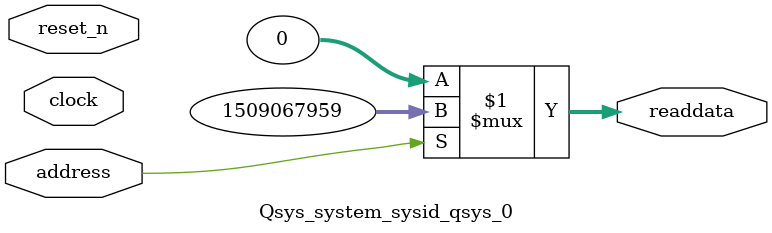
<source format=v>



// synthesis translate_off
`timescale 1ns / 1ps
// synthesis translate_on

// turn off superfluous verilog processor warnings 
// altera message_level Level1 
// altera message_off 10034 10035 10036 10037 10230 10240 10030 

module Qsys_system_sysid_qsys_0 (
               // inputs:
                address,
                clock,
                reset_n,

               // outputs:
                readdata
             )
;

  output  [ 31: 0] readdata;
  input            address;
  input            clock;
  input            reset_n;

  wire    [ 31: 0] readdata;
  //control_slave, which is an e_avalon_slave
  assign readdata = address ? 1509067959 : 0;

endmodule



</source>
